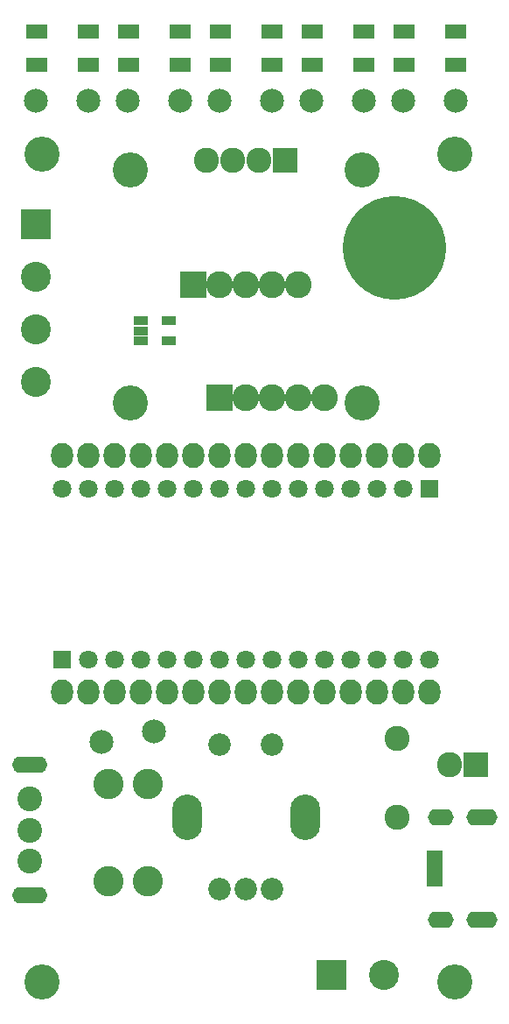
<source format=gbr>
G04 #@! TF.FileFunction,Soldermask,Top*
%FSLAX46Y46*%
G04 Gerber Fmt 4.6, Leading zero omitted, Abs format (unit mm)*
G04 Created by KiCad (PCBNEW 4.0.5) date 12/07/17 20:38:25*
%MOMM*%
%LPD*%
G01*
G04 APERTURE LIST*
%ADD10C,0.500000*%
%ADD11C,2.178000*%
%ADD12O,2.900000X4.400500*%
%ADD13R,2.432000X2.432000*%
%ADD14C,2.432000*%
%ADD15C,3.400000*%
%ADD16C,2.305000*%
%ADD17O,2.127200X2.432000*%
%ADD18C,2.940000*%
%ADD19C,2.400000*%
%ADD20O,3.400000X1.600000*%
%ADD21R,1.500000X0.850000*%
%ADD22O,2.500000X1.600000*%
%ADD23O,3.000000X1.600000*%
%ADD24R,2.500580X2.500580*%
%ADD25C,2.599640*%
%ADD26R,2.899360X2.899360*%
%ADD27C,2.899360*%
%ADD28C,1.797000*%
%ADD29R,1.797000X1.797000*%
%ADD30C,10.010000*%
%ADD31R,2.000000X1.400000*%
%ADD32R,1.400000X0.950000*%
G04 APERTURE END LIST*
D10*
D11*
X22225000Y13970000D03*
X27305000Y13970000D03*
X24765000Y13970000D03*
X22225000Y27940000D03*
X27305000Y27940000D03*
D12*
X30480000Y20955000D03*
X19050000Y20955000D03*
D13*
X28575000Y84455000D03*
D14*
X26035000Y84455000D03*
X23495000Y84455000D03*
X20955000Y84455000D03*
D15*
X36015000Y83475000D03*
X36015000Y60975000D03*
X13515000Y60975000D03*
X13515000Y83475000D03*
D16*
X15875000Y29210000D03*
X10775000Y28210000D03*
D14*
X39370000Y28575000D03*
X39370000Y20955000D03*
D17*
X6985000Y33020000D03*
X9525000Y33020000D03*
X12065000Y33020000D03*
X14605000Y33020000D03*
X17145000Y33020000D03*
X19685000Y33020000D03*
X22225000Y33020000D03*
X24765000Y33020000D03*
X27305000Y33020000D03*
X29845000Y33020000D03*
X32385000Y33020000D03*
X34925000Y33020000D03*
X37465000Y33020000D03*
X40005000Y33020000D03*
X42545000Y33020000D03*
X6985000Y55880000D03*
X37465000Y55880000D03*
X40005000Y55880000D03*
X34925000Y55880000D03*
X19685000Y55880000D03*
X17145000Y55880000D03*
X22225000Y55880000D03*
X42545000Y55880000D03*
X27305000Y55880000D03*
X24765000Y55880000D03*
X29845000Y55880000D03*
X32385000Y55880000D03*
X12065000Y55880000D03*
X14605000Y55880000D03*
X9525000Y55880000D03*
D18*
X15240000Y24130000D03*
X15240000Y14732000D03*
D19*
X3784600Y19692620D03*
X3810000Y16685000D03*
X3810000Y22685000D03*
D20*
X3810000Y13385000D03*
X3810000Y25985000D03*
D16*
X4445000Y90170000D03*
X9525000Y90170000D03*
X13335000Y90170000D03*
X18415000Y90170000D03*
X22225000Y90170000D03*
X27305000Y90170000D03*
X31115000Y90170000D03*
X36195000Y90170000D03*
X40005000Y90170000D03*
X45085000Y90170000D03*
D18*
X11430000Y24130000D03*
X11430000Y14732000D03*
D21*
X43030000Y14699000D03*
X43030000Y15349000D03*
X43030000Y15999000D03*
X43030000Y16649000D03*
X43030000Y17299000D03*
D22*
X43580000Y11049000D03*
X43580000Y20949000D03*
D23*
X47580000Y11049000D03*
X47580000Y20949000D03*
D24*
X19685000Y72390000D03*
D25*
X22225000Y72390000D03*
X24765000Y72390000D03*
X27305000Y72390000D03*
X29845000Y72390000D03*
D26*
X4445000Y78232000D03*
D27*
X4445000Y73152000D03*
X4445000Y68072000D03*
X4445000Y62992000D03*
D28*
X42545000Y36195000D03*
X40005000Y36195000D03*
X37465000Y36195000D03*
X34925000Y36195000D03*
X32385000Y36195000D03*
D29*
X6985000Y36195000D03*
D28*
X9525000Y36195000D03*
X12065000Y36195000D03*
X14605000Y36195000D03*
X17145000Y36195000D03*
X19685000Y36195000D03*
X22225000Y36195000D03*
X24765000Y36195000D03*
X27305000Y36195000D03*
X29845000Y36195000D03*
X6985000Y52705000D03*
X9525000Y52705000D03*
X12065000Y52705000D03*
X14605000Y52705000D03*
X17145000Y52705000D03*
D29*
X42545000Y52705000D03*
D28*
X40005000Y52705000D03*
X37465000Y52705000D03*
X34925000Y52705000D03*
X32385000Y52705000D03*
X29845000Y52705000D03*
X27305000Y52705000D03*
X24765000Y52705000D03*
X22225000Y52705000D03*
X19685000Y52705000D03*
D15*
X45000000Y85000000D03*
X5000000Y85000000D03*
X5000000Y5000000D03*
X45000000Y5000000D03*
D30*
X39116000Y75946000D03*
D26*
X33020000Y5715000D03*
D27*
X38100000Y5715000D03*
D31*
X9485000Y93650000D03*
X9485000Y96850000D03*
X4485000Y93650000D03*
X4485000Y96850000D03*
X18375000Y93650000D03*
X18375000Y96850000D03*
X13375000Y93650000D03*
X13375000Y96850000D03*
X27265000Y93650000D03*
X27265000Y96850000D03*
X22265000Y93650000D03*
X22265000Y96850000D03*
X36155000Y93650000D03*
X36155000Y96850000D03*
X31155000Y93650000D03*
X31155000Y96850000D03*
X45045000Y93650000D03*
X45045000Y96850000D03*
X40045000Y93650000D03*
X40045000Y96850000D03*
D14*
X44450000Y26035000D03*
D13*
X46990000Y26035000D03*
D32*
X17305000Y68895000D03*
X17305000Y66995000D03*
X14605000Y68895000D03*
X14605000Y67945000D03*
X14605000Y66995000D03*
D24*
X22225000Y61468000D03*
D25*
X24765000Y61468000D03*
X27305000Y61468000D03*
X29845000Y61468000D03*
X32385000Y61468000D03*
M02*

</source>
